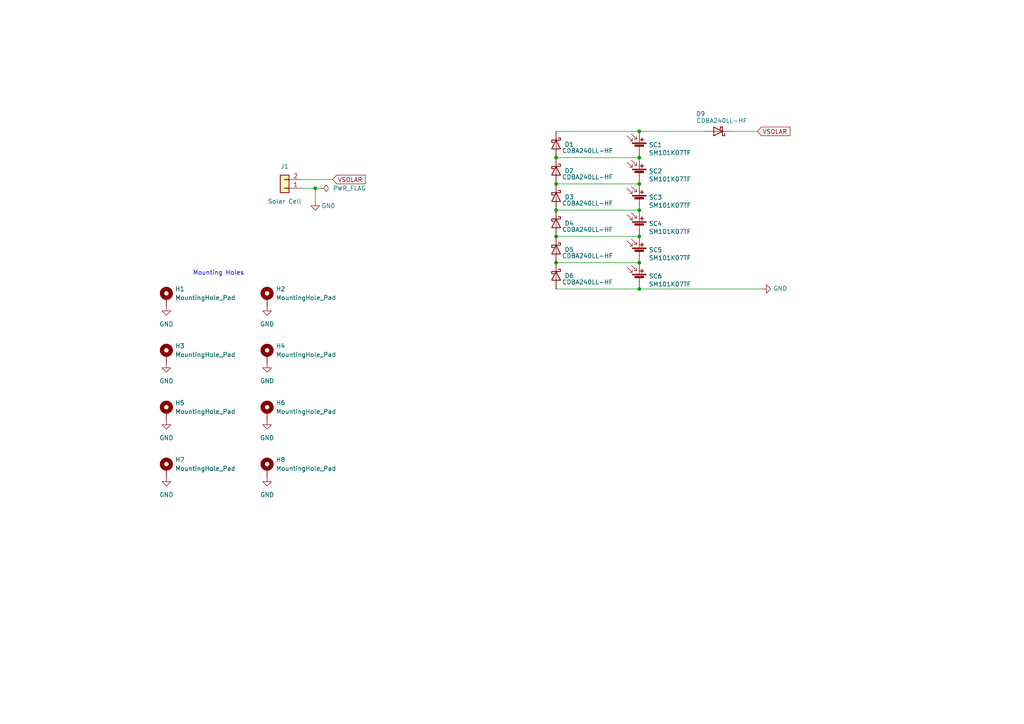
<source format=kicad_sch>
(kicad_sch (version 20211123) (generator eeschema)
  (paper "A4")
  (title_block (title "Solar Cell PCB - usb side") (date "2022-12-31") (rev "2"))
  (lib_symbols
    (symbol "Connector_Generic:Conn_01x02" (pin_names (offset 1.016) hide)
      (property "Reference" "J" (at 0 2.54 0))
      (property "Value" "Conn_01x02" (at 0 -5.08 0))
      (symbol "Conn_01x02_1_1"
        (rectangle (start -1.27 -2.413) (end 0 -2.667) (stroke (width 0.1524)))
        (rectangle (start -1.27 0.127) (end 0 -0.127) (stroke (width 0.1524)))
        (rectangle (start -1.27 1.27) (end 1.27 -3.81) (stroke (width 0.254)) (fill (type background)))
        (pin passive line (at -5.08 0 0) (length 3.81) (name "Pin_1") (number "1"))
        (pin passive line (at -5.08 -2.54 0) (length 3.81) (name "Pin_2") (number "2"))
      )
    )
    (symbol "Device:D_Schottky" (pin_numbers hide) (pin_names (offset 1.016) hide)
      (property "Reference" "D" (at 0 2.54 0))
      (property "Value" "D_Schottky" (at 0 -2.54 0))
      (symbol "D_Schottky_0_1"
        (polyline (pts (xy 1.27 0) (xy -1.27 0)))
        (polyline (pts (xy 1.27 1.27) (xy 1.27 -1.27) (xy -1.27 0) (xy 1.27 1.27)) (stroke (width 0.254)))
        (polyline (pts (xy -1.905 0.635) (xy -1.905 1.27) (xy -1.27 1.27) (xy -1.27 -1.27) (xy -0.635 -1.27) (xy -0.635 -0.635)) (stroke (width 0.254)))
      )
      (symbol "D_Schottky_1_1"
        (pin passive line (at -3.81 0 0) (length 2.54) (name "K") (number "1"))
        (pin passive line (at 3.81 0 180) (length 2.54) (name "A") (number "2"))
      )
    )
    (symbol "Device:Solar_Cell" (pin_numbers hide) (pin_names (offset 0) hide)
      (property "Reference" "SC" (at 2.54 2.54 0))
      (property "Value" "Solar_Cell" (at 2.54 0 0))
      (symbol "Solar_Cell_0_1"
        (rectangle (start -2.032 1.778) (end 2.032 1.524) (fill (type outline)))
        (rectangle (start -1.3208 1.1938) (end 1.27 0.6858) (fill (type outline)))
        (polyline (pts (xy -2.032 2.286) (xy -3.556 3.81)))
        (polyline (pts (xy -0.762 2.794) (xy -2.286 4.318)))
        (polyline (pts (xy 0 0.762) (xy 0 0)))
        (polyline (pts (xy 0 1.778) (xy 0 2.54)))
        (polyline (pts (xy 0.254 2.667) (xy 1.27 2.667)) (stroke (width 0.254)))
        (polyline (pts (xy 0.762 3.175) (xy 0.762 2.159)) (stroke (width 0.254)))
        (polyline (pts (xy -2.032 3.048) (xy -2.032 2.286) (xy -2.794 2.286)))
        (polyline (pts (xy -0.762 3.556) (xy -0.762 2.794) (xy -1.524 2.794)))
      )
      (symbol "Solar_Cell_1_1"
        (pin passive line (at 0 5.08 270) (length 2.54) (name "+") (number "1"))
        (pin passive line (at 0 -2.54 90) (length 2.54) (name "-") (number "2"))
      )
    )
    (symbol "Mechanical:MountingHole_Pad" (pin_numbers hide) (pin_names (offset 1.016) hide)
      (property "Reference" "H" (at 0 6.35 0))
      (property "Value" "MountingHole_Pad" (at 0 4.445 0))
      (symbol "MountingHole_Pad_0_1"
        (circle (center 0 1.27) (radius 1.27) (stroke (width 1.27)))
      )
      (symbol "MountingHole_Pad_1_1"
        (pin input line (at 0 -2.54 90) (length 2.54) (name "1") (number "1"))
      )
    )
    (symbol "power:GND" (power) (pin_names (offset 0))
      (property "Value" "GND" (at 0 -3.81 0))
      (symbol "GND_0_1"
        (polyline (pts (xy 0 0) (xy 0 -1.27) (xy 1.27 -1.27) (xy 0 -2.54) (xy -1.27 -1.27) (xy 0 -1.27)))
      )
      (symbol "GND_1_1"
        (pin power_in line (at 0 0 270) (length 0) hide (name "GND") (number "1"))
      )
    )
    (symbol "power:PWR_FLAG" (power) (pin_numbers hide) (pin_names (offset 0) hide)
      (property "Value" "PWR_FLAG" (at 0 3.81 0))
      (symbol "PWR_FLAG_0_0"
        (pin power_out line (at 0 0 90) (length 0) (name "pwr") (number "1"))
      )
      (symbol "PWR_FLAG_0_1"
        (polyline (pts (xy 0 0) (xy 0 1.27) (xy -1.016 1.905) (xy 0 2.54) (xy 1.016 1.905) (xy 0 1.27)))
      )
    )
  )
  (junction (at 185.42 68.58))
  (junction (at 185.42 83.82))
  (junction (at 161.29 68.58))
  (junction (at 185.42 76.2))
  (junction (at 161.29 60.96))
  (junction (at 161.29 53.34))
  (junction (at 185.42 60.96))
  (junction (at 185.42 38.1))
  (junction (at 185.42 45.72))
  (junction (at 161.29 76.2))
  (junction (at 185.42 53.34))
  (junction (at 91.44 54.61))
  (junction (at 161.29 45.72))
  (wire (pts (xy 161.29 60.96) (xy 185.42 60.96)))
  (wire (pts (xy 161.29 45.72) (xy 185.42 45.72)))
  (wire (pts (xy 161.29 38.1) (xy 185.42 38.1)))
  (wire (pts (xy 161.29 53.34) (xy 185.42 53.34)))
  (wire (pts (xy 91.44 54.61) (xy 87.63 54.61)))
  (wire (pts (xy 92.71 54.61) (xy 91.44 54.61)))
  (wire (pts (xy 204.47 38.1) (xy 185.42 38.1)))
  (wire (pts (xy 161.29 68.58) (xy 185.42 68.58)))
  (wire (pts (xy 161.29 83.82) (xy 185.42 83.82)))
  (wire (pts (xy 91.44 54.61) (xy 91.44 58.42)))
  (wire (pts (xy 212.09 38.1) (xy 219.71 38.1)))
  (wire (pts (xy 185.42 83.82) (xy 220.98 83.82)))
  (wire (pts (xy 161.29 76.2) (xy 185.42 76.2)))
  (wire (pts (xy 96.52 52.07) (xy 87.63 52.07)))
  (text "Mounting Holes" (at 55.88 80.01 0) (effects (font (size 1.27 1.27)) (justify left bottom)))
  (global_label "VSOLAR" (shape input) (at 219.71 38.1 0) (property "Intersheet References" "${INTERSHEET_REFS}" (effects hide)))
  (global_label "VSOLAR" (shape input) (at 96.52 52.07 0) (property "Intersheet References" "${INTERSHEET_REFS}" (effects hide)))
  (symbol (lib_id "power:GND") (at 91.44 58.42 0) (unit 1)
    (property "Reference" "#PWR0102" (effects hide))
    (property "Value" "GND" (at 95.25 59.69 0))
  )
  (symbol (lib_id "Device:D_Schottky") (at 161.29 41.91 270) (unit 1)
    (property "Reference" "D1" (at 165.1 41.91 90))
    (property "Value" "CDBA240LL-HF" (at 177.8 44.45 90) (effects (justify right bottom)))
    (property "Footprint" "ISP:DO-214AC" (effects hide))
  )
  (symbol (lib_id "power:GND") (at 77.47 88.9 0) (unit 1)
    (property "Reference" "#PWR0106" (effects hide))
    (property "Value" "GND" (at 77.47 93.98 0))
  )
  (symbol (lib_id "Device:D_Schottky") (at 161.29 72.39 270) (unit 1)
    (property "Reference" "D5" (at 165.1 72.39 90))
    (property "Value" "CDBA240LL-HF" (at 177.8 74.93 90) (effects (justify right bottom)))
    (property "Footprint" "ISP:DO-214AC" (effects hide))
  )
  (symbol (lib_id "Mechanical:MountingHole_Pad") (at 77.47 119.38 0) (unit 1)
    (property "Reference" "H6" (at 80.01 116.8399 0) (effects (justify left)))
    (property "Value" "MountingHole_Pad" (at 80.01 119.3799 0) (effects (justify left)))
    (property "Footprint" "MountingHole:MountingHole_3.2mm_M3_DIN965_Pad" (effects hide))
  )
  (symbol (lib_id "Device:Solar_Cell") (at 185.42 50.8 0) (unit 1)
    (property "Reference" "SC2" (at 188.1632 49.6316 0) (effects (justify left)))
    (property "Value" "SM101K07TF" (at 188.1632 51.943 0) (effects (justify left)))
    (property "Footprint" "ISP:SM101K07TF" (effects hide))
  )
  (symbol (lib_id "power:GND") (at 77.47 105.41 0) (unit 1)
    (property "Reference" "#PWR0105" (effects hide))
    (property "Value" "GND" (at 77.47 110.49 0))
  )
  (symbol (lib_id "power:GND") (at 220.98 83.82 90) (unit 1)
    (property "Reference" "#PWR0101" (effects hide))
    (property "Value" "GND" (at 224.2312 83.693 90) (effects (justify right)))
  )
  (symbol (lib_id "Connector_Generic:Conn_01x02") (at 82.55 54.61 180) (unit 1)
    (property "Reference" "J1" (at 82.55 48.26 0))
    (property "Value" "Solar Cell" (at 82.55 58.42 0))
    (property "Footprint" "Molex_PicoLock_2p_2mm_2053380002:2053380002" (effects hide))
  )
  (symbol (lib_id "Device:Solar_Cell") (at 185.42 81.28 0) (unit 1)
    (property "Reference" "SC6" (at 188.1632 80.1116 0) (effects (justify left)))
    (property "Value" "SM101K07TF" (at 188.1632 82.423 0) (effects (justify left)))
    (property "Footprint" "ISP:SM101K07TF" (effects hide))
  )
  (symbol (lib_id "power:GND") (at 48.26 138.43 0) (unit 1)
    (property "Reference" "#PWR0108" (effects hide))
    (property "Value" "GND" (at 48.26 143.51 0))
  )
  (symbol (lib_id "power:GND") (at 48.26 121.92 0) (unit 1)
    (property "Reference" "#PWR0109" (effects hide))
    (property "Value" "GND" (at 48.26 127 0))
  )
  (symbol (lib_id "Mechanical:MountingHole_Pad") (at 77.47 102.87 0) (unit 1)
    (property "Reference" "H4" (at 80.01 100.3299 0) (effects (justify left)))
    (property "Value" "MountingHole_Pad" (at 80.01 102.8699 0) (effects (justify left)))
    (property "Footprint" "MountingHole:MountingHole_3.2mm_M3_DIN965_Pad" (effects hide))
  )
  (symbol (lib_id "power:GND") (at 48.26 88.9 0) (unit 1)
    (property "Reference" "#PWR0104" (effects hide))
    (property "Value" "GND" (at 48.26 93.98 0))
  )
  (symbol (lib_id "Device:Solar_Cell") (at 185.42 73.66 0) (unit 1)
    (property "Reference" "SC5" (at 188.1632 72.4916 0) (effects (justify left)))
    (property "Value" "SM101K07TF" (at 188.1632 74.803 0) (effects (justify left)))
    (property "Footprint" "ISP:SM101K07TF" (effects hide))
  )
  (symbol (lib_id "Mechanical:MountingHole_Pad") (at 48.26 119.38 0) (unit 1)
    (property "Reference" "H5" (at 50.8 116.8399 0) (effects (justify left)))
    (property "Value" "MountingHole_Pad" (at 50.8 119.3799 0) (effects (justify left)))
    (property "Footprint" "MountingHole:MountingHole_3.2mm_M3_DIN965_Pad" (effects hide))
  )
  (symbol (lib_id "power:GND") (at 77.47 121.92 0) (unit 1)
    (property "Reference" "#PWR0110" (effects hide))
    (property "Value" "GND" (at 77.47 127 0))
  )
  (symbol (lib_id "Device:D_Schottky") (at 161.29 64.77 270) (unit 1)
    (property "Reference" "D4" (at 165.1 64.77 90))
    (property "Value" "CDBA240LL-HF" (at 177.8 67.31 90) (effects (justify right bottom)))
    (property "Footprint" "ISP:DO-214AC" (effects hide))
  )
  (symbol (lib_id "Device:Solar_Cell") (at 185.42 66.04 0) (unit 1)
    (property "Reference" "SC4" (at 188.1632 64.8716 0) (effects (justify left)))
    (property "Value" "SM101K07TF" (at 188.1632 67.183 0) (effects (justify left)))
    (property "Footprint" "ISP:SM101K07TF" (effects hide))
  )
  (symbol (lib_id "power:GND") (at 48.26 105.41 0) (unit 1)
    (property "Reference" "#PWR0103" (effects hide))
    (property "Value" "GND" (at 48.26 110.49 0))
  )
  (symbol (lib_id "Mechanical:MountingHole_Pad") (at 77.47 135.89 0) (unit 1)
    (property "Reference" "H8" (at 80.01 133.3499 0) (effects (justify left)))
    (property "Value" "MountingHole_Pad" (at 80.01 135.8899 0) (effects (justify left)))
    (property "Footprint" "MountingHole:MountingHole_3.2mm_M3_DIN965_Pad" (effects hide))
  )
  (symbol (lib_id "power:PWR_FLAG") (at 92.71 54.61 270) (unit 1)
    (property "Reference" "#FLG0101" (effects hide))
    (property "Value" "PWR_FLAG" (at 96.52 54.6099 90) (effects (justify left)))
  )
  (symbol (lib_id "Device:D_Schottky") (at 161.29 80.01 270) (unit 1)
    (property "Reference" "D6" (at 165.1 80.01 90))
    (property "Value" "CDBA240LL-HF" (at 177.8 82.55 90) (effects (justify right bottom)))
    (property "Footprint" "ISP:DO-214AC" (effects hide))
  )
  (symbol (lib_id "Device:D_Schottky") (at 161.29 49.53 270) (unit 1)
    (property "Reference" "D2" (at 165.1 49.53 90))
    (property "Value" "CDBA240LL-HF" (at 177.8 52.07 90) (effects (justify right bottom)))
    (property "Footprint" "ISP:DO-214AC" (effects hide))
  )
  (symbol (lib_id "Device:D_Schottky") (at 208.28 38.1 180) (unit 1)
    (property "Reference" "D9" (at 203.2 33.02 0))
    (property "Value" "CDBA240LL-HF" (at 201.93 34.29 0) (effects (justify right bottom)))
    (property "Footprint" "ISP:DO-214AC" (effects hide))
  )
  (symbol (lib_id "Mechanical:MountingHole_Pad") (at 77.47 86.36 0) (unit 1)
    (property "Reference" "H2" (at 80.01 83.8199 0) (effects (justify left)))
    (property "Value" "MountingHole_Pad" (at 80.01 86.3599 0) (effects (justify left)))
    (property "Footprint" "MountingHole:MountingHole_3.2mm_M3_DIN965_Pad" (effects hide))
  )
  (symbol (lib_id "Mechanical:MountingHole_Pad") (at 48.26 102.87 0) (unit 1)
    (property "Reference" "H3" (at 50.8 100.3299 0) (effects (justify left)))
    (property "Value" "MountingHole_Pad" (at 50.8 102.8699 0) (effects (justify left)))
    (property "Footprint" "MountingHole:MountingHole_3.2mm_M3_DIN965_Pad" (effects hide))
  )
  (symbol (lib_id "Device:Solar_Cell") (at 185.42 43.18 0) (unit 1)
    (property "Reference" "SC1" (at 188.1632 42.0116 0) (effects (justify left)))
    (property "Value" "SM101K07TF" (at 188.1632 44.323 0) (effects (justify left)))
    (property "Footprint" "ISP:SM101K07TF" (effects hide))
  )
  (symbol (lib_id "power:GND") (at 77.47 138.43 0) (unit 1)
    (property "Reference" "#PWR0107" (effects hide))
    (property "Value" "GND" (at 77.47 143.51 0))
  )
  (symbol (lib_id "Mechanical:MountingHole_Pad") (at 48.26 86.36 0) (unit 1)
    (property "Reference" "H1" (at 50.8 83.8199 0) (effects (justify left)))
    (property "Value" "MountingHole_Pad" (at 50.8 86.3599 0) (effects (justify left)))
    (property "Footprint" "MountingHole:MountingHole_3.2mm_M3_DIN965_Pad" (effects hide))
  )
  (symbol (lib_id "Device:D_Schottky") (at 161.29 57.15 270) (unit 1)
    (property "Reference" "D3" (at 165.1 57.15 90))
    (property "Value" "CDBA240LL-HF" (at 177.8 59.69 90) (effects (justify right bottom)))
    (property "Footprint" "ISP:DO-214AC" (effects hide))
  )
  (symbol (lib_id "Mechanical:MountingHole_Pad") (at 48.26 135.89 0) (unit 1)
    (property "Reference" "H7" (at 50.8 133.3499 0) (effects (justify left)))
    (property "Value" "MountingHole_Pad" (at 50.8 135.8899 0) (effects (justify left)))
    (property "Footprint" "MountingHole:MountingHole_3.2mm_M3_DIN965_Pad" (effects hide))
  )
  (symbol (lib_id "Device:Solar_Cell") (at 185.42 58.42 0) (unit 1)
    (property "Reference" "SC3" (at 188.1632 57.2516 0) (effects (justify left)))
    (property "Value" "SM101K07TF" (at 188.1632 59.563 0) (effects (justify left)))
    (property "Footprint" "ISP:SM101K07TF" (effects hide))
  )
)
</source>
